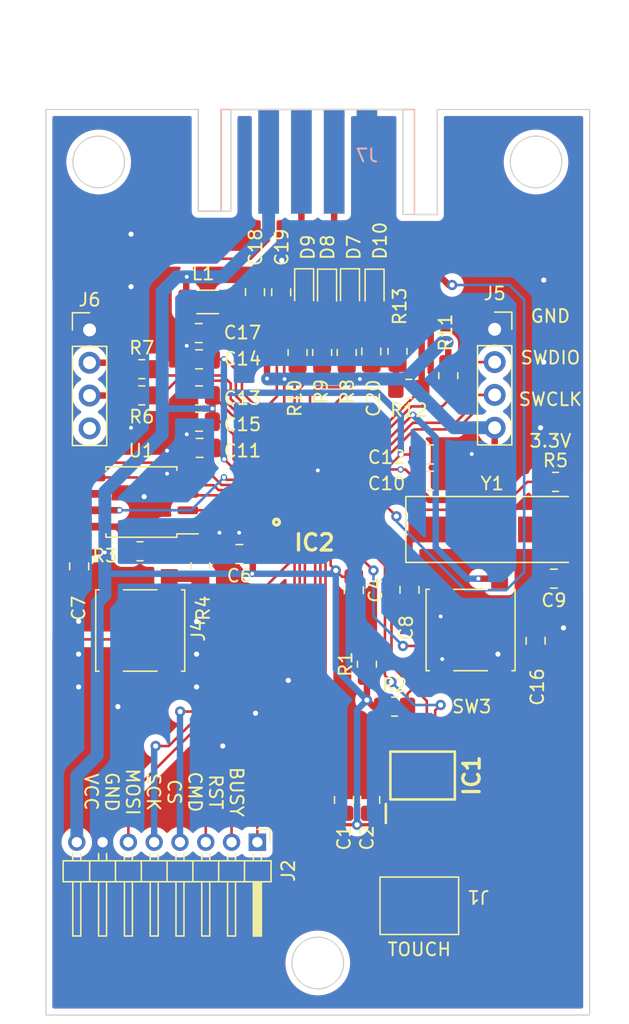
<source format=kicad_pcb>
(kicad_pcb (version 20211014) (generator pcbnew)
  (layers (0 "F.Cu" signal) (31 "B.Cu" signal) (34 "B.Paste" user) (35 "F.Paste" user) (36 "B.SilkS" user "B.Silkscreen") (37 "F.SilkS" user "F.Silkscreen") (38 "B.Mask" user) (39 "F.Mask" user) (44 "Edge.Cuts" user))
  (net 0 "")
  (net 2 "GND")
  (net 4 "Net-(IC2-Pad14)")
  (net 5 "+3V3")
  (net 6 "Net-(IC2-Pad12)")
  (net 7 "Net-(C8-Pad1)")
  (net 8 "Net-(C9-Pad1)")
  (net 9 "/1.1V")
  (net 10 "Net-(C16-Pad1)")
  (net 11 "Net-(C18-Pad1)")
  (net 12 "Net-(D7-Pad2)")
  (net 13 "Net-(D8-Pad2)")
  (net 14 "Net-(D9-Pad2)")
  (net 15 "Net-(D10-Pad2)")
  (net 16 "Net-(IC2-Pad56)")
  (net 17 "Net-(IC2-Pad55)")
  (net 18 "Net-(IC2-Pad54)")
  (net 19 "Net-(IC2-Pad53)")
  (net 20 "Net-(IC2-Pad52)")
  (net 21 "Net-(IC2-Pad51)")
  (net 22 "Net-(IC2-Pad47)")
  (net 23 "Net-(IC2-Pad46)")
  (net 25 "Net-(IC2-Pad40)")
  (net 26 "Net-(IC2-Pad39)")
  (net 28 "Net-(IC2-Pad37)")
  (net 36 "Net-(IC2-Pad28)")
  (net 37 "Net-(IC2-Pad27)")
  (net 38 "Net-(IC2-Pad25)")
  (net 39 "Net-(IC2-Pad24)")
  (net 40 "Net-(IC2-Pad21)")
  (net 45 "Net-(IC2-Pad13)")
  (net 49 "Net-(IC1-Pad5)")
  (net 50 "Net-(IC1-Pad4)")
  (net 52 "Net-(IC1-Pad3)")
  (net 53 "+5V")
  (net 54 "Net-(J4-Pad1)")
  (net 55 "Net-(J6-Pad2)")
  (net 56 "Net-(J6-Pad3)")
  (net 59 "Net-(IC1-Pad2)")
  (net 60 "Net-(IC2-Pad3)")
  (net 61 "Net-(IC2-Pad4)")
  (net 62 "Net-(IC2-Pad5)")
  (net 63 "Net-(IC2-Pad7)")
  (net 64 "Net-(IC2-Pad8)")
  (net 65 "Net-(IC2-Pad9)")
  (net 67 "Net-(IC2-Pad2)")
  (net 68 "Net-(IC2-Pad15)")
  (footprint "Capacitor_SMD:C_0805_2012Metric_Pad1.18x1.45mm_HandSolder" (layer "F.Cu") (at 15.9165 17.31 180)
    (fp_text reference "C17")
    (fp_text value "1u")
  )
  (footprint "Capacitor_SMD:C_0805_2012Metric_Pad1.18x1.45mm_HandSolder" (layer "F.Cu") (at 15.9395 24.168 180)
    (fp_text reference "C15")
    (fp_text value "0.1u")
  )
  (footprint "Package_SO:SOP-8_5.28x5.23mm_P1.27mm" (layer "F.Cu") (at 11.472 30.391 180)
    (fp_text reference "U1")
    (fp_text value "W25Q128JVSIQ")
  )
  (footprint "Crystal:Crystal_SMD_HC49-SD" (layer "F.Cu") (at 38.676 32.512)
    (fp_text reference "Y1")
    (fp_text value "12MHz")
  )
  (footprint "Resistor_SMD:R_0805_2012Metric_Pad1.20x1.40mm_HandSolder" (layer "F.Cu") (at 11.361 34.201 180)
    (fp_text reference "R3")
    (fp_text value "10k")
  )
  (footprint "Capacitor_SMD:C_0805_2012Metric_Pad1.18x1.45mm_HandSolder" (layer "F.Cu") (at 33.8465 28.74)
    (fp_text reference "C10")
    (fp_text value "0.1u")
  )
  (footprint "Resistor_SMD:R_0805_2012Metric_Pad1.20x1.40mm_HandSolder" (layer "F.Cu") (at 43.577 28.829)
    (fp_text reference "R5")
    (fp_text value "1k")
  )
  (footprint "Connector_PinHeader_2.00mm:PinHeader_1x08_P2.00mm_Horizontal" (layer "F.Cu") (at 20.462 56.724 -90)
    (fp_text reference "J2")
    (fp_text value "Display")
  )
  (footprint "Button_Switch_SMD:SW_SPST_B3S-1000" (layer "F.Cu") (at 36.993 40.297 90)
    (fp_text reference "SW3")
    (fp_text value "RST")
  )
  (footprint "Capacitor_SMD:C_0805_2012Metric_Pad1.18x1.45mm_HandSolder" (layer "F.Cu") (at 42.037 41.1265 90)
    (fp_text reference "C16")
    (fp_text value "0.1u")
  )
  (footprint "Resistor_SMD:R_0805_2012Metric_Pad1.20x1.40mm_HandSolder" (layer "F.Cu") (at 11.5 22.136 180)
    (fp_text reference "R6")
    (fp_text value "27.4")
  )
  (footprint "Resistor_SMD:R_0805_2012Metric_Pad1.20x1.40mm_HandSolder" (layer "F.Cu") (at 32.201 21.628 180)
    (fp_text reference "R12")
    (fp_text value "2.2k")
  )
  (footprint "Capacitor_SMD:C_0805_2012Metric_Pad1.18x1.45mm_HandSolder" (layer "F.Cu") (at 15.9825 26.2 180)
    (fp_text reference "C11")
    (fp_text value "1u")
  )
  (footprint "Resistor_SMD:R_0805_2012Metric_Pad1.20x1.40mm_HandSolder" (layer "F.Cu") (at 11.5 20.104)
    (fp_text reference "R7")
    (fp_text value "27.4")
  )
  (footprint "Capacitor_SMD:C_0805_2012Metric_Pad1.18x1.45mm_HandSolder" (layer "F.Cu") (at 20.279 14.135 90)
    (fp_text reference "C18")
    (fp_text value "0.1u")
  )
  (footprint "Inductor_SMD:L_1206_3216Metric_Pad1.22x1.90mm_HandSolder" (layer "F.Cu") (at 16.6075 14.897 180)
    (fp_text reference "L1")
    (fp_text value "600")
  )
  (footprint "Resistor_SMD:R_0805_2012Metric_Pad1.20x1.40mm_HandSolder" (layer "F.Cu") (at 31.328 18.723 90)
    (fp_text reference "R13")
    (fp_text value "2.2k")
  )
  (footprint "Resistor_SMD:R_0805_2012Metric_Pad1.20x1.40mm_HandSolder" (layer "F.Cu") (at 23.581 18.818 90)
    (fp_text reference "R10")
    (fp_text value "2.2k")
  )
  (footprint "Capacitor_SMD:C_0805_2012Metric_Pad1.18x1.45mm_HandSolder" (layer "F.Cu") (at 19.0715 34.417 180)
    (fp_text reference "C6")
    (fp_text value "0.1u")
  )
  (footprint "LED_SMD:LED_0603_1608Metric_Pad1.05x0.95mm_HandSolder" (layer "F.Cu") (at 29.55 14.022 -90)
    (fp_text reference "D10")
    (fp_text value "LED_Small")
  )
  (footprint "Connector_PinSocket_2.54mm:PinSocket_1x04_P2.54mm_Vertical" (layer "F.Cu") (at 38.862 17.018)
    (fp_text reference "J5")
    (fp_text value "Debug")
  )
  (footprint "Resistor_SMD:R_0805_2012Metric_Pad1.20x1.40mm_HandSolder" (layer "F.Cu") (at 25.486 18.818 90)
    (fp_text reference "R9")
    (fp_text value "2.2k")
  )
  (footprint "Capacitor_SMD:C_0805_2012Metric_Pad1.18x1.45mm_HandSolder" (layer "F.Cu") (at 27.94 37.211 -90)
    (fp_text reference "C4")
    (fp_text value "0.1u")
  )
  (footprint "Connector_PinHeader_2.54mm:PinHeader_1x04_P2.54mm_Vertical" (layer "F.Cu") (at 7.452 17.066)
    (fp_text reference "J6")
    (fp_text value "USB")
  )
  (footprint "Capacitor_SMD:C_0805_2012Metric_Pad1.18x1.45mm_HandSolder" (layer "F.Cu") (at 15.9395 22.136 180)
    (fp_text reference "C13")
    (fp_text value "0.1u")
  )
  (footprint "Capacitor_SMD:C_0805_2012Metric_Pad1.18x1.45mm_HandSolder" (layer "F.Cu") (at 15.9395 19.342 180)
    (fp_text reference "C14")
    (fp_text value "1u")
  )
  (footprint "LED_SMD:LED_0603_1608Metric_Pad1.05x0.95mm_HandSolder" (layer "F.Cu") (at 24.089 13.994 -90)
    (fp_text reference "D9")
    (fp_text value "LED_Small")
  )
  (footprint "Capacitor_SMD:C_0805_2012Metric_Pad1.18x1.45mm_HandSolder" (layer "F.Cu") (at 29.21 53.4455 -90)
    (fp_text reference "C2")
    (fp_text value "10u")
  )
  (footprint "Capacitor_SMD:C_0805_2012Metric_Pad1.18x1.45mm_HandSolder" (layer "F.Cu") (at 22.311 14.1565 90)
    (fp_text reference "C19")
    (fp_text value "0.1u")
  )
  (footprint "RP2040:QFN40P700X700X90-57N-D" (layer "F.Cu") (at 25.146 28.067 90)
    (fp_text reference "IC2")
    (fp_text value "RP2040" hide)
  )
  (footprint "Capacitor_SMD:C_0805_2012Metric_Pad1.18x1.45mm_HandSolder" (layer "F.Cu") (at 6.646 35.3655 -90)
    (fp_text reference "C7")
    (fp_text value "0.1u")
  )
  (footprint "Resistor_SMD:R_0805_2012Metric_Pad1.20x1.40mm_HandSolder" (layer "F.Cu") (at 35.265 20.612 -90)
    (fp_text reference "R11")
    (fp_text value "2.2k")
  )
  (footprint "Resistor_SMD:R_0805_2012Metric_Pad1.20x1.40mm_HandSolder" (layer "F.Cu") (at 27.391 18.818 90)
    (fp_text reference "R8")
    (fp_text value "2.2k")
  )
  (footprint "Capacitor_SMD:C_0805_2012Metric_Pad1.18x1.45mm_HandSolder" (layer "F.Cu") (at 27.178 53.4455 -90)
    (fp_text reference "C1")
    (fp_text value "0.1u")
  )
  (footprint "Capacitor_SMD:C_0805_2012Metric_Pad1.18x1.45mm_HandSolder" (layer "F.Cu") (at 29.296 18.7285 90)
    (fp_text reference "C20")
    (fp_text value "0.1u")
  )
  (footprint "Resistor_SMD:R_0805_2012Metric_Pad1.20x1.40mm_HandSolder" (layer "F.Cu") (at 31.099 46.228)
    (fp_text reference "R2")
    (fp_text value "1.2k")
  )
  (footprint "LED_SMD:LED_0603_1608Metric_Pad1.05x0.95mm_HandSolder" (layer "F.Cu") (at 27.645 13.994 -90)
    (fp_text reference "D7")
    (fp_text value "LED_Small")
  )
  (footprint "LED_SMD:LED_0603_1608Metric_Pad1.05x0.95mm_HandSolder" (layer "F.Cu") (at 25.867 14.022 -90)
    (fp_text reference "D8")
    (fp_text value "LED_Small")
  )
  (footprint "TSC2007IPWR:SOP65P640X120-16N" (layer "F.Cu") (at 33.274 51.562 90)
    (fp_text reference "IC1")
    (fp_text value "TSC2007IPWR" hide)
  )
  (footprint "my_modules:touch" (layer "F.Cu") (at 34.417 58.024 180)
    (fp_text reference "J1")
    (fp_text value "Touch")
  )
  (footprint "Capacitor_SMD:C_0805_2012Metric_Pad1.18x1.45mm_HandSolder" (layer "F.Cu") (at 32.258 37.1895 -90)
    (fp_text reference "C8")
    (fp_text value "27p")
  )
  (footprint "Resistor_SMD:R_0805_2012Metric_Pad1.20x1.40mm_HandSolder" (layer "F.Cu") (at 28.956 42.942 90)
    (fp_text reference "R1")
    (fp_text value "1.2k")
  )
  (footprint "Button_Switch_SMD:SW_SPST_B3S-1000" (layer "F.Cu") (at 11.381 40.335 -90)
    (fp_text reference "J4")
    (fp_text value "Conn_01x02")
  )
  (footprint "Resistor_SMD:R_0805_2012Metric_Pad1.20x1.40mm_HandSolder" (layer "F.Cu") (at 16.044 35.328 90)
    (fp_text reference "R4")
    (fp_text value "10k")
  )
  (footprint "Capacitor_SMD:C_0805_2012Metric_Pad1.18x1.45mm_HandSolder" (layer "F.Cu") (at 33.8465 26.708)
    (fp_text reference "C12")
    (fp_text value "1u")
  )
  (footprint "Capacitor_SMD:C_0805_2012Metric_Pad1.18x1.45mm_HandSolder" (layer "F.Cu") (at 43.4555 36.322 180)
    (fp_text reference "C9")
    (fp_text value "27p")
  )
  (footprint "my_modules:connector_pcb" (layer "B.Cu") (at 25.146 4.064 180)
    (fp_text reference "J7")
    (fp_text value "I2C_interface")
  )
  (gr_circle (center 42.069 4.064) (end 44.069 4.064) (layer "Edge.Cuts") (width 0.1) (fill none))
  (gr_circle (center 25.146 66.072) (end 27.146 66.072) (layer "Edge.Cuts") (width 0.1) (fill none))
  (gr_line (start 4.064 70.104) (end 4.064 0) (layer "Edge.Cuts") (width 0.1))
  (gr_line (start 46.228 70.104) (end 4.064 70.104) (layer "Edge.Cuts") (width 0.1))
  (gr_line (start 18.415 7.874) (end 15.875 7.874) (layer "Edge.Cuts") (width 0.1))
  (gr_line (start 15.875 0) (end 4.064 0) (layer "Edge.Cuts") (width 0.1))
  (gr_line (start 15.875 7.874) (end 15.875 0) (layer "Edge.Cuts") (width 0.1))
  (gr_line (start 18.415 0) (end 18.415 7.874) (layer "Edge.Cuts") (width 0.1))
  (gr_line (start 34.417 8.128) (end 31.75 8.128) (layer "Edge.Cuts") (width 0.1))
  (gr_line (start 34.417 0) (end 34.417 8.128) (layer "Edge.Cuts") (width 0.1))
  (gr_circle (center 8.16 4.064) (end 10.16 4.064) (layer "Edge.Cuts") (width 0.1) (fill none))
  (gr_line (start 46.228 0) (end 46.228 70.104) (layer "Edge.Cuts") (width 0.1))
  (gr_line (start 46.228 0) (end 34.417 0) (layer "Edge.Cuts") (width 0.1))
  (gr_line (start 31.75 8.128) (end 31.75 0) (layer "Edge.Cuts") (width 0.1))
  (gr_line (start 31.75 0) (end 18.415 0) (layer "Edge.Cuts") (width 0.1))
  (gr_text "BUSY\nRST\nCMD\nCS\nSCK\nMOSI\nGND\nVCC" (at 13.208 52.832 270) (layer "F.SilkS") (effects (font (size 1 1))))
  (gr_text "GND\n\nSWDIO\n\nSWCLK\n\n3.3V" (at 43.18 20.828) (layer "F.SilkS") (effects (font (size 1 1))))
  (gr_text "TOUCH" (at 33.02 65.024) (layer "F.SilkS") (effects (font (size 1 1))))
  (segment (start 42.418 37.846) (end 42.037 38.227) (width 0.5) (layer "F.Cu") (net 2))
  (segment (start 30.777 52.408) (end 29.21 52.408) (width 0.25) (layer "F.Cu") (net 2))
  (segment (start 34.743 38.028) (end 34.743 36.322) (width 0.5) (layer "F.Cu") (net 2))
  (segment (start 32.299 48.624) (end 32.299 50.886) (width 0.25) (layer "F.Cu") (net 2))
  (segment (start 42.418 36.322) (end 42.418 37.846) (width 0.5) (layer "F.Cu") (net 2))
  (segment (start 20.3365 13.155) (end 20.279 13.0975) (width 0.5) (layer "F.Cu") (net 2))
  (segment (start 28.57 13.155) (end 28.578 13.147) (width 0.5) (layer "F.Cu") (net 2))
  (segment (start 29.296 17.691) (end 28.57 16.965) (width 0.5) (layer "F.Cu") (net 2))
  (segment (start 28.578 13.147) (end 29.55 13.147) (width 0.5) (layer "F.Cu") (net 2))
  (segment (start 28.57 16.965) (end 28.57 13.155) (width 0.5) (layer "F.Cu") (net 2))
  (segment (start 32.299 50.886) (end 30.777 52.408) (width 0.25) (layer "F.Cu") (net 2))
  (segment (start 6.689 36.36) (end 6.646 36.403) (width 0.5) (layer "F.Cu") (net 2))
  (segment (start 14.635 17.066) (end 7.452 17.066) (width 0.5) (layer "F.Cu") (net 2))
  (segment (start 28.57 13.155) (end 20.3365 13.155) (width 0.5) (layer "F.Cu") (net 2))
  (segment (start 32.949 50.729) (end 32.949 48.624) (width 0.25) (layer "F.Cu") (net 2))
  (segment (start 42.037 38.227) (end 34.544 38.227) (width 0.5) (layer "F.Cu") (net 2))
  (segment (start 42.037 40.089) (end 42.037 38.227) (width 0.5) (layer "F.Cu") (net 2))
  (segment (start 34.544 38.227) (end 34.743 38.028) (width 0.5) (layer "F.Cu") (net 2))
  (segment (start 34.249 52.029) (end 32.949 50.729) (width 0.25) (layer "F.Cu") (net 2))
  (segment (start 9.131 36.36) (end 6.689 36.36) (width 0.5) (layer "F.Cu") (net 2))
  (segment (start 14.879 17.31) (end 14.635 17.066) (width 0.5) (layer "F.Cu") (net 2))
  (segment (start 34.249 54.5) (end 34.249 52.029) (width 0.25) (layer "F.Cu") (net 2))
  (segment (start 32.258 38.227) (end 34.544 38.227) (width 0.5) (layer "F.Cu") (net 2))
  (via (at 6.604 44.704) (size 0.8) (drill 0.4) (layers "F.Cu" "B.Cu") (net 2))
  (via (at 39.116 42.164) (size 0.8) (drill 0.4) (layers "F.Cu" "B.Cu") (net 2))
  (via (at 14.986 18.288) (size 0.5) (drill 0.3) (layers "F.Cu" "B.Cu") (net 2))
  (via (at 42.672 13.208) (size 0.8) (drill 0.4) (layers "F.Cu" "B.Cu") (net 2))
  (via (at 19.05 32.766) (size 0.5) (drill 0.3) (layers "F.Cu" "B.Cu") (net 2))
  (via (at 44.196 40.132) (size 0.8) (drill 0.4) (layers "F.Cu" "B.Cu") (net 2))
  (via (at 11.684 29.972) (size 0.8) (drill 0.4) (layers "F.Cu" "B.Cu") (net 2))
  (via (at 25.146 27.94) (size 0.5) (drill 0.3) (layers "F.Cu" "B.Cu") (net 2))
  (via (at 42.672 19.558) (size 0.8) (drill 0.4) (layers "F.Cu" "B.Cu") (net 2))
  (via (at 10.668 13.716) (size 0.8) (drill 0.4) (layers "F.Cu" "B.Cu") (net 2))
  (via (at 6.604 42.164) (size 0.8) (drill 0.4) (layers "F.Cu" "B.Cu") (net 2))
  (via (at 10.668 9.652) (size 0.8) (drill 0.4) (layers "F.Cu" "B.Cu") (net 2))
  (via (at 15.748 39.624) (size 0.8) (drill 0.4) (layers "F.Cu" "B.Cu") (net 2))
  (via (at 9.652 46.228) (size 0.8) (drill 0.4) (layers "F.Cu" "B.Cu") (net 2))
  (via (at 20.32 46.736) (size 0.8) (drill 0.4) (layers "F.Cu" "B.Cu") (net 2))
  (via (at 17.78 49.276) (size 0.8) (drill 0.4) (layers "F.Cu" "B.Cu") (net 2))
  (via (at 15.748 42.164) (size 0.8) (drill 0.4) (layers "F.Cu" "B.Cu") (net 2))
  (via (at 22.86 44.196) (size 0.8) (drill 0.4) (layers "F.Cu" "B.Cu") (net 2))
  (via (at 15.748 44.704) (size 0.8) (drill 0.4) (layers "F.Cu" "B.Cu") (net 2))
  (via (at 13.462 28.194) (size 0.5) (drill 0.3) (layers "F.Cu" "B.Cu") (net 2))
  (via (at 14.986 25.146) (size 0.5) (drill 0.3) (layers "F.Cu" "B.Cu") (net 2))
  (via (at 22.352 11.684) (size 0.8) (drill 0.4) (layers "F.Cu" "B.Cu") (net 2))
  (via (at 10.668 24.638) (size 0.5) (drill 0.3) (layers "F.Cu" "B.Cu") (net 2))
  (via (at 13.462 26.416) (size 0.5) (drill 0.3) (layers "F.Cu" "B.Cu") (net 2))
  (via (at 6.604 39.624) (size 0.8) (drill 0.4) (layers "F.Cu" "B.Cu") (net 2))
  (via (at 37.084 26.67) (size 0.5) (drill 0.3) (layers "F.Cu" "B.Cu") (net 2))
  (via (at 17.526 32.766) (size 0.5) (drill 0.3) (layers "F.Cu" "B.Cu") (net 2))
  (via (at 34.798 42.545) (size 0.5) (drill 0.3) (layers "F.Cu" "B.Cu") (net 2))
  (via (at 42.418 24.638) (size 0.8) (drill 0.4) (layers "F.Cu" "B.Cu") (net 2))
  (via (at 34.671 39.243) (size 0.5) (drill 0.3) (layers "F.Cu" "B.Cu") (net 2))
  (segment (start 33.599 45.791) (end 33.599 48.624) (width 0.2) (layer "F.Cu") (net 4))
  (segment (start 32.099 45.244) (end 32.5755 44.7675) (width 0.2) (layer "F.Cu") (net 4))
  (segment (start 27.746 31.517) (end 27.746 31.937) (width 0.2) (layer "F.Cu") (net 4))
  (segment (start 30.861 43.053) (end 32.5755 44.7675) (width 0.2) (layer "F.Cu") (net 4))
  (segment (start 32.5755 44.7675) (end 33.599 45.791) (width 0.2) (layer "F.Cu") (net 4))
  (segment (start 27.746 31.937) (end 30.861 35.052) (width 0.2) (layer "F.Cu") (net 4))
  (segment (start 30.861 35.052) (end 30.861 43.053) (width 0.2) (layer "F.Cu") (net 4))
  (segment (start 32.099 46.228) (end 32.099 45.244) (width 0.2) (layer "F.Cu") (net 4))
  (segment (start 30.999 55.107) (end 30.734 55.372) (width 0.25) (layer "F.Cu") (net 5))
  (segment (start 28.956 45.72) (end 28.956 43.942) (width 0.5) (layer "F.Cu") (net 5))
  (segment (start 21.971 32.766) (end 20.447 32.766) (width 0.2) (layer "F.Cu") (net 5))
  (segment (start 27.178 55.245) (end 27.178 54.483) (width 0.25) (layer "F.Cu") (net 5))
  (segment (start 6.646 32.851) (end 6.646 34.328) (width 0.5) (layer "F.Cu") (net 5))
  (segment (start 6.684 34.29) (end 6.646 34.328) (width 0.5) (layer "F.Cu") (net 5))
  (segment (start 31.328 19.723) (end 29.339 19.723) (width 0.5) (layer "F.Cu") (net 5))
  (segment (start 38.862 29.464) (end 38.862 24.638) (width 0.5) (layer "F.Cu") (net 5))
  (segment (start 16.977 22.136) (end 16.977 23.155) (width 0.5) (layer "F.Cu") (net 5))
  (segment (start 30.999 54.5) (end 30.999 55.107) (width 0.25) (layer "F.Cu") (net 5))
  (segment (start 33.782 30.226) (end 38.1 30.226) (width 0.5) (layer "F.Cu") (net 5))
  (segment (start 22.546 32.191) (end 21.971 32.766) (width 0.2) (layer "F.Cu") (net 5))
  (segment (start 9.563 32.296) (end 7.872 32.296) (width 0.5) (layer "F.Cu") (net 5))
  (segment (start 29.296 20.612) (end 29.296 19.766) (width 0.2) (layer "F.Cu") (net 5))
  (segment (start 29.21 55.245) (end 29.083 55.372) (width 0.25) (layer "F.Cu") (net 5))
  (segment (start 38.1 30.226) (end 38.862 29.464) (width 0.5) (layer "F.Cu") (net 5))
  (segment (start 20.109 34.417) (end 20.109 35.898) (width 0.5) (layer "F.Cu") (net 5))
  (segment (start 21.696 25.867) (end 20.657 25.867) (width 0.2) (layer "F.Cu") (net 5))
  (segment (start 28.407 20.866) (end 28.41 20.866) (width 0.2) (layer "F.Cu") (net 5))
  (segment (start 14.945 12.995) (end 14.986 12.954) (width 0.5) (layer "F.Cu") (net 5))
  (segment (start 16.954 15.763) (end 16.088 14.897) (width 0.5) (layer "F.Cu") (net 5))
  (segment (start 30.734 55.372) (end 29.083 55.372) (width 0.25) (layer "F.Cu") (net 5))
  (segment (start 31.201 19.85) (end 31.328 19.723) (width 0.5) (layer "F.Cu") (net 5))
  (segment (start 19.514 27.467) (end 19.009 26.962) (width 0.2) (layer "F.Cu") (net 5))
  (segment (start 29.083 55.372) (end 28.194 55.372) (width 0.25) (layer "F.Cu") (net 5))
  (segment (start 27.305 55.372) (end 27.178 55.245) (width 0.25) (layer "F.Cu") (net 5))
  (segment (start 8.636 34.29) (end 6.684 34.29) (width 0.5) (layer "F.Cu") (net 5))
  (segment (start 26.146 23.127) (end 28.407 20.866) (width 0.2) (layer "F.Cu") (net 5))
  (segment (start 35.265 19.612) (end 35.265 18.12) (width 0.5) (layer "F.Cu") (net 5))
  (segment (start 17.612 24.168) (end 16.977 24.168) (width 0.2) (layer "F.Cu") (net 5))
  (segment (start 19.406 27.867) (end 18.628 27.089) (width 0.2) (layer "F.Cu") (net 5))
  (segment (start 22.546 15.429) (end 22.311 15.194) (width 0.2) (layer "F.Cu") (net 5))
  (segment (start 28.41 20.866) (end 29.042 20.866) (width 0.2) (layer "F.Cu") (net 5))
  (segment (start 26.146 35.29) (end 26.543 35.687) (width 0.2) (layer "F.Cu") (net 5))
  (segment (start 18.628 27.089) (end 18.628 25.184) (width 0.2) (layer "F.Cu") (net 5))
  (segment (start 29.042 20.866) (end 29.296 20.612) (width 0.2) (layer "F.Cu") (net 5))
  (segment (start 21.238 27.467) (end 19.514 27.467) (width 0.2) (layer "F.Cu") (net 5))
  (segment (start 18.628 25.184) (end 17.612 24.168) (width 0.2) (layer "F.Cu") (net 5))
  (segment (start 21.238 27.867) (end 19.406 27.867) (width 0.2) (layer "F.Cu") (net 5))
  (segment (start 31.569 27.867) (end 31.936 27.867) (width 0.2) (layer "F.Cu") (net 5))
  (segment (start 29.21 54.483) (end 29.21 55.245) (width 0.25) (layer "F.Cu") (net 5))
  (segment (start 16.088 14.897) (end 14.945 14.897) (width 0.5) (layer "F.Cu") (net 5))
  (segment (start 29.339 19.723) (end 29.296 19.766) (width 0.5) (layer "F.Cu") (net 5))
  (segment (start 7.872 32.296) (end 7.201 32.296) (width 0.5) (layer "F.Cu") (net 5))
  (segment (start 30.099 46.228) (end 29.464 46.228) (width 0.5) (layer "F.Cu") (net 5))
  (segment (start 20.609 23.228) (end 19.263 21.882) (width 0.2) (layer "F.Cu") (net 5))
  (segment (start 17.907 18.288) (end 16.954 17.335) (width 0.2) (layer "F.Cu") (net 5))
  (segment (start 31.201 21.628) (end 31.201 19.85) (width 0.5) (layer "F.Cu") (net 5))
  (segment (start 29.464 46.228) (end 28.956 45.72) (width 0.5) (layer "F.Cu") (net 5))
  (segment (start 26.543 35.687) (end 27.0295 36.1735) (width 0.2) (layer "F.Cu") (net 5))
  (segment (start 20.447 32.766) (end 20.109 33.104) (width 0.2) (layer "F.Cu") (net 5))
  (segment (start 28.194 55.372) (end 27.305 55.372) (width 0.25) (layer "F.Cu") (net 5))
  (segment (start 19.85 17.31) (end 16.954 17.31) (width 0.5) (layer "F.Cu") (net 5))
  (segment (start 19.263 21.882) (end 19.263 18.707) (width 0.2) (layer "F.Cu") (net 5))
  (segment (start 16.954 17.31) (end 16.954 15.763) (width 0.5) (layer "F.Cu") (net 5))
  (segment (start 28.596 27.867) (end 31.569 27.867) (width 0.2) (layer "F.Cu") (net 5))
  (segment (start 20.109 33.104) (end 20.109 34.417) (width 0.2) (layer "F.Cu") (net 5))
  (segment (start 32.809 28.74) (end 32.809 29.253) (width 0.5) (layer "F.Cu") (net 5))
  (segment (start 22.546 31.517) (end 22.546 32.191) (width 0.2) (layer "F.Cu") (net 5))
  (segment (start 22.546 24.617) (end 22.546 15.429) (width 0.2) (layer "F.Cu") (net 5))
  (segment (start 10.361 34.201) (end 10.361 33.094) (width 0.5) (layer "F.Cu") (net 5))
  (segment (start 10.361 33.094) (end 9.563 32.296) (width 0.5) (layer "F.Cu") (net 5))
  (segment (start 27.0295 36.1735) (end 27.94 36.1735) (width 0.2) (layer "F.Cu") (net 5))
  (segment (start 16.977 23.155) (end 16.977 24.168) (width 0.5) (layer "F.Cu") (net 5))
  (segment (start 31.936 27.867) (end 32.809 28.74) (width 0.2) (layer "F.Cu") (net 5))
  (segment (start 32.809 29.253) (end 33.782 30.226) (width 0.5) (layer "F.Cu") (net 5))
  (segment (start 20.657 25.867) (end 20.609 25.819) (width 0.2) (layer "F.Cu") (net 5))
  (segment (start 20.109 35.898) (end 20.066 35.941) (width 0.5) (layer "F.Cu") (net 5))
  (segment (start 19.009 26.962) (end 19.009 24.168) (width 0.2) (layer "F.Cu") (net 5))
  (segment (start 17.866 17.31) (end 16.954 17.31) (width 0.2) (layer "F.Cu") (net 5))
  (segment (start 21.209 18.669) (end 19.85 17.31) (width 0.5) (layer "F.Cu") (net 5))
  (segment (start 26.146 24.617) (end 26.146 23.127) (width 0.2) (layer "F.Cu") (net 5))
  (segment (start 21.209 20.828) (end 21.209 18.669) (width 0.5) (layer "F.Cu") (net 5))
  (segment (start 20.609 25.819) (end 20.609 23.228) (width 0.2) (layer "F.Cu") (net 5))
  (segment (start 19.009 24.168) (end 16.977 22.136) (width 0.2) (layer "F.Cu") (net 5))
  (segment (start 19.263 18.707) (end 18.844 18.288) (width 0.2) (layer "F.Cu") (net 5))
  (segment (start 7.201 32.296) (end 6.646 32.851) (width 0.5) (layer "F.Cu") (net 5))
  (segment (start 18.844 18.288) (end 17.907 18.288) (width 0.2) (layer "F.Cu") (net 5))
  (segment (start 35.265 18.12) (end 35.179 18.034) (width 0.5) (layer "F.Cu") (net 5))
  (segment (start 14.945 14.897) (end 14.945 12.995) (width 0.5) (layer "F.Cu") (net 5))
  (segment (start 16.954 17.335) (end 16.954 17.31) (width 0.2) (layer "F.Cu") (net 5))
  (segment (start 26.146 31.517) (end 26.146 35.29) (width 0.2) (layer "F.Cu") (net 5))
  (via (at 8.636 34.29) (size 0.5) (drill 0.3) (layers "F.Cu" "B.Cu") (net 5))
  (via (at 16.977 23.155) (size 0.5) (drill 0.3) (layers "F.Cu" "B.Cu") (net 5))
  (via (at 35.179 18.034) (size 0.5) (drill 0.3) (layers "F.Cu" "B.Cu") (net 5))
  (via (at 22.568 20.866) (size 0.5) (drill 0.3) (layers "F.Cu" "B.Cu") (net 5))
  (via (at 28.41 20.866) (size 0.5) (drill 0.3) (layers "F.Cu" "B.Cu") (net 5))
  (via (at 26.543 35.687) (size 0.8) (drill 0.4) (layers "F.Cu" "B.Cu") (net 5))
  (via (at 20.066 35.941) (size 0.5) (drill 0.3) (layers "F.Cu" "B.Cu") (net 5))
  (via (at 14.986 12.954) (size 0.5) (drill 0.3) (layers "F.Cu" "B.Cu") (net 5))
  (via (at 28.956 45.72) (size 0.8) (drill 0.4) (layers "F.Cu" "B.Cu") (net 5))
  (via (at 21.209 20.828) (size 0.5) (drill 0.3) (layers "F.Cu" "B.Cu") (net 5))
  (via (at 31.569 27.867) (size 0.5) (drill 0.3) (layers "F.Cu" "B.Cu") (net 5))
  (via (at 28.194 55.372) (size 0.8) (drill 0.4) (layers "F.Cu" "B.Cu") (net 5))
  (segment (start 8.89 35.941) (end 8.636 35.687) (width 0.5) (layer "B.Cu") (net 5))
  (segment (start 8.636 35.687) (end 8.636 34.29) (width 1) (layer "B.Cu") (net 5))
  (segment (start 8.044 49.995) (end 6.462 51.577) (width 1) (layer "B.Cu") (net 5))
  (segment (start 34.798 18.034) (end 35.179 18.034) (width 1) (layer "B.Cu") (net 5))
  (segment (start 8.636 35.687) (end 8.636 37.592) (width 1) (layer "B.Cu") (net 5))
  (segment (start 17.78 12.954) (end 14.986 12.954) (width 1) (layer "B.Cu") (net 5))
  (segment (start 28.194 46.482) (end 28.956 45.72) (width 0.5) (layer "B.Cu") (net 5))
  (segment (start 21.247 20.866) (end 21.209 20.828) (width 0.5) (layer "B.Cu") (net 5))
  (segment (start 13.081 22.987) (end 13.081 25.146) (width 1) (layer "B.Cu") (net 5))
  (segment (start 31.966 20.866) (end 34.036 18.796) (width 1) (layer "B.Cu") (net 5))
  (segment (start 20.066 35.941) (end 8.89 35.941) (width 0.5) (layer "B.Cu") (net 5))
  (segment (start 26.543 43.307) (end 26.543 35.687) (width 0.5) (layer "B.Cu") (net 5))
  (segment (start 13.081 25.146) (end 8.636 29.591) (width 1) (layer "B.Cu") (net 5))
  (segment (start 13.249 23.155) (end 13.081 22.987) (width 0.5) (layer "B.Cu") (net 5))
  (segment (start 16.977 23.155) (end 13.249 23.155) (width 0.5) (layer "B.Cu") (net 5))
  (segment (start 28.194 55.372) (end 28.194 46.482) (width 0.5) (layer "B.Cu") (net 5))
  (segment (start 31.915 20.866) (end 31.966 20.866) (width 1) (layer "B.Cu") (net 5))
  (segment (start 8.636 37.592) (end 8.044 38.184) (width 1) (layer "B.Cu") (net 5))
  (segment (start 28.41 20.866) (end 22.568 20.866) (width 1) (layer "B.Cu") (net 5))
  (segment (start 35.687 24.638) (end 38.862 24.638) (width 1) (layer "B.Cu") (net 5))
  (segment (start 8.044 38.184) (end 8.044 49.995) (width 1) (layer "B.Cu") (net 5))
  (segment (start 21.336 9.398) (end 17.78 12.954) (width 1) (layer "B.Cu") (net 5))
  (segment (start 20.066 35.941) (end 26.289 35.941) (width 0.5) (layer "B.Cu") (net 5))
  (segment (start 22.568 20.866) (end 21.247 20.866) (width 1) (layer "B.Cu") (net 5))
  (segment (start 28.41 20.866) (end 31.915 20.866) (width 1) (layer "B.Cu") (net 5))
  (segment (start 14.986 12.954) (end 14.224 12.954) (width 1) (layer "B.Cu") (net 5))
  (segment (start 31.915 20.866) (end 35.687 24.638) (width 1) (layer "B.Cu") (net 5))
  (segment (start 8.636 29.591) (end 8.636 34.29) (width 1) (layer "B.Cu") (net 5))
  (segment (start 14.224 12.954) (end 13.081 14.097) (width 1) (layer "B.Cu") (net 5))
  (segment (start 26.289 35.941) (end 26.543 35.687) (width 0.5) (layer "B.Cu") (net 5))
  (segment (start 21.336 4.064) (end 21.336 9.398) (width 1) (layer "B.Cu") (net 5))
  (segment (start 28.956 45.72) (end 26.543 43.307) (width 0.5) (layer "B.Cu") (net 5))
  (segment (start 13.081 14.097) (end 13.081 22.987) (width 1) (layer "B.Cu") (net 5))
  (segment (start 6.462 51.577) (end 6.462 56.724) (width 1) (layer "B.Cu") (net 5))
  (segment (start 8.636 35.179) (end 8.636 34.29) (width 0.5) (layer "B.Cu") (net 5))
  (segment (start 34.036 18.796) (end 34.798 18.034) (width 1) (layer "B.Cu") (net 5))
  (segment (start 34.899 47.397) (end 35.941 46.355) (width 0.2) (layer "F.Cu") (net 6))
  (segment (start 34.899 48.624) (end 34.899 47.397) (width 0.2) (layer "F.Cu") (net 6))
  (segment (start 36.195 46.101) (end 36.195 41.529) (width 0.2) (layer "F.Cu") (net 6))
  (segment (start 35.941 46.355) (end 36.195 46.101) (width 0.2) (layer "F.Cu") (net 6))
  (segment (start 29.464 35.687) (end 26.946 33.169) (width 0.2) (layer "F.Cu") (net 6))
  (segment (start 36.195 41.529) (end 31.75 41.529) (width 0.2) (layer "F.Cu") (net 6))
  (segment (start 26.946 33.169) (end 26.946 31.517) (width 0.2) (layer "F.Cu") (net 6))
  (via (at 31.75 41.529) (size 0.8) (drill 0.4) (layers "F.Cu" "B.Cu") (net 6))
  (via (at 29.464 35.687) (size 0.8) (drill 0.4) (layers "F.Cu" "B.Cu") (net 6))
  (segment (start 29.464 39.243) (end 29.464 35.687) (width 0.2) (layer "B.Cu") (net 6))
  (segment (start 31.75 41.529) (end 29.464 39.243) (width 0.2) (layer "B.Cu") (net 6))
  (segment (start 32.258 33.147) (end 32.258 36.152) (width 0.5) (layer "F.Cu") (net 7))
  (segment (start 32.258 30.988) (end 32.258 31.369) (width 0.2) (layer "F.Cu") (net 7))
  (segment (start 34.426 32.512) (end 32.893 32.512) (width 0.5) (layer "F.Cu") (net 7))
  (segment (start 28.596 28.667) (end 29.937 28.667) (width 0.2) (layer "F.Cu") (net 7))
  (segment (start 32.893 32.512) (end 32.258 33.147) (width 0.5) (layer "F.Cu") (net 7))
  (segment (start 32.258 31.369) (end 33.401 32.512) (width 0.2) (layer "F.Cu") (net 7))
  (segment (start 29.937 28.667) (end 32.258 30.988) (width 0.2) (layer "F.Cu") (net 7))
  (segment (start 33.401 32.512) (end 34.426 32.512) (width 0.2) (layer "F.Cu") (net 7))
  (segment (start 44.196 32.512) (end 44.704 33.02) (width 0.5) (layer "F.Cu") (net 8))
  (segment (start 44.323 32.512) (end 44.831 32.004) (width 0.5) (layer "F.Cu") (net 8))
  (segment (start 44.831 32.004) (end 44.831 29.083) (width 0.5) (layer "F.Cu") (net 8))
  (segment (start 44.831 29.083) (end 44.577 28.829) (width 0.5) (layer "F.Cu") (net 8))
  (segment (start 44.704 36.111) (end 44.493 36.322) (width 0.5) (layer "F.Cu") (net 8))
  (segment (start 44.704 33.02) (end 44.704 36.111) (width 0.5) (layer "F.Cu") (net 8))
  (segment (start 42.926 32.512) (end 44.196 32.512) (width 0.5) (layer "F.Cu") (net 8))
  (segment (start 42.926 32.512) (end 44.323 32.512) (width 0.5) (layer "F.Cu") (net 8))
  (segment (start 18.793 22.174) (end 18.793 20.142) (width 0.2) (layer "F.Cu") (net 9))
  (segment (start 31.585 26.708) (end 32.809 26.708) (width 0.2) (layer "F.Cu") (net 9))
  (segment (start 17.993 19.342) (end 17.866 19.342) (width 0.2) (layer "F.Cu") (net 9))
  (segment (start 18.793 20.142) (end 17.993 19.342) (width 0.2) (layer "F.Cu") (net 9))
  (segment (start 28.596 27.467) (end 30.826 27.467) (width 0.2) (layer "F.Cu") (net 9))
  (segment (start 30.826 27.467) (end 31.585 26.708) (width 0.2) (layer "F.Cu") (net 9))
  (segment (start 21.238 28.267) (end 19.087 28.267) (width 0.2) (layer "F.Cu") (net 9))
  (segment (start 20.209 26.143) (end 20.209 23.59) (width 0.2) (layer "F.Cu") (net 9))
  (segment (start 20.333 26.267) (end 20.209 26.143) (width 0.2) (layer "F.Cu") (net 9))
  (segment (start 17.866 19.342) (end 16.977 19.342) (width 0.2) (layer "F.Cu") (net 9))
  (segment (start 21.696 26.267) (end 20.333 26.267) (width 0.2) (layer "F.Cu") (net 9))
  (segment (start 19.087 28.267) (end 17.8875 27.0675) (width 0.2) (layer "F.Cu") (net 9))
  (segment (start 20.209 23.59) (end 18.793 22.174) (width 0.2) (layer "F.Cu") (net 9))
  (segment (start 17.8875 27.0675) (end 17.02 26.2) (width 0.2) (layer "F.Cu") (net 9))
  (via (at 17.866 19.342) (size 0.5) (drill 0.3) (layers "F.Cu" "B.Cu") (net 9))
  (via (at 17.8875 27.0675) (size 0.5) (drill 0.3) (layers "F.Cu" "B.Cu") (net 9))
  (via (at 31.585 26.708) (size 0.5) (drill 0.3) (layers "F.Cu" "B.Cu") (net 9))
  (segment (start 29.804 21.93) (end 17.866 21.93) (width 0.5) (layer "B.Cu") (net 9))
  (segment (start 17.866 19.342) (end 17.866 21.93) (width 0.5) (layer "B.Cu") (net 9))
  (segment (start 17.866 27.046) (end 17.8875 27.0675) (width 0.5) (layer "B.Cu") (net 9))
  (segment (start 17.866 21.93) (end 17.866 27.046) (width 0.5) (layer "B.Cu") (net 9))
  (segment (start 31.585 23.711) (end 29.804 21.93) (width 0.5) (layer "B.Cu") (net 9))
  (segment (start 31.585 26.708) (end 31.585 23.711) (width 0.5) (layer "B.Cu") (net 9))
  (segment (start 29.867 26.267) (end 32.493101 23.640899) (width 0.2) (layer "F.Cu") (net 10))
  (segment (start 42.037 43.815) (end 41.58 44.272) (width 0.5) (layer "F.Cu") (net 10))
  (segment (start 39.243 36.322) (end 37.592 36.322) (width 0.5) (layer "F.Cu") (net 10))
  (segment (start 41.58 44.272) (end 39.243 44.272) (width 0.5) (layer "F.Cu") (net 10))
  (segment (start 42.037 42.164) (end 42.037 43.815) (width 0.5) (layer "F.Cu") (net 10))
  (segment (start 32.493101 23.640899) (end 32.530899 23.640899) (width 0.2) (layer "F.Cu") (net 10))
  (segment (start 28.596 26.267) (end 29.867 26.267) (width 0.2) (layer "F.Cu") (net 10))
  (via (at 37.592 36.322) (size 0.5) (drill 0.3) (layers "F.Cu" "B.Cu") (net 10))
  (via (at 32.530899 23.640899) (size 0.5) (drill 0.3) (layers "F.Cu" "B.Cu") (net 10))
  (segment (start 34.29 33.909) (end 34.29 25.4) (width 0.5) (layer "B.Cu") (net 10))
  (segment (start 34.29 25.4) (end 32.530899 23.640899) (width 0.5) (layer "B.Cu") (net 10))
  (segment (start 37.592 36.322) (end 36.703 36.322) (width 0.5) (layer "B.Cu") (net 10))
  (segment (start 36.703 36.322) (end 34.29 33.909) (width 0.5) (layer "B.Cu") (net 10))
  (segment (start 20.279 16.469) (end 20.279 15.1725) (width 0.2) (layer "F.Cu") (net 11))
  (segment (start 21.971 22.225) (end 21.971 18.161) (width 0.2) (layer "F.Cu") (net 11))
  (segment (start 20.0035 14.897) (end 20.279 15.1725) (width 0.5) (layer "F.Cu") (net 11))
  (segment (start 21.041 25.311) (end 21.041 23.155) (width 0.2) (layer "F.Cu") (net 11))
  (segment (start 21.696 25.467) (end 21.197 25.467) (width 0.2) (layer "F.Cu") (net 11))
  (segment (start 21.971 18.161) (end 20.279 16.469) (width 0.2) (layer "F.Cu") (net 11))
  (segment (start 21.197 25.467) (end 21.041 25.311) (width 0.2) (layer "F.Cu") (net 11))
  (segment (start 21.041 23.155) (end 21.971 22.225) (width 0.2) (layer "F.Cu") (net 11))
  (segment (start 18.27 14.897) (end 20.0035 14.897) (width 0.5) (layer "F.Cu") (net 11))
  (segment (start 27.645 17.564) (end 27.391 17.818) (width 0.5) (layer "F.Cu") (net 12))
  (segment (start 27.645 14.869) (end 27.645 17.564) (width 0.5) (layer "F.Cu") (net 12))
  (segment (start 25.867 17.437) (end 25.486 17.818) (width 0.5) (layer "F.Cu") (net 13))
  (segment (start 25.867 14.897) (end 25.867 17.437) (width 0.5) (layer "F.Cu") (net 13))
  (segment (start 24.089 14.869) (end 24.089 17.31) (width 0.5) (layer "F.Cu") (net 14))
  (segment (start 24.089 17.31) (end 23.581 17.818) (width 0.5) (layer "F.Cu") (net 14))
  (segment (start 31.328 15.659) (end 30.566 14.897) (width 0.5) (layer "F.Cu") (net 15))
  (segment (start 30.566 14.897) (end 29.55 14.897) (width 0.5) (layer "F.Cu") (net 15))
  (segment (start 31.328 17.691) (end 31.328 15.659) (width 0.5) (layer "F.Cu") (net 15))
  (segment (start 12.361 34.201) (end 12.361 33.105) (width 0.5) (layer "F.Cu") (net 16))
  (segment (start 13.17 32.296) (end 15.072 32.296) (width 0.5) (layer "F.Cu") (net 16))
  (segment (start 17.971 30.667) (end 16.342 32.296) (width 0.2) (layer "F.Cu") (net 16))
  (segment (start 16.044 34.328) (end 16.091 34.328) (width 0.5) (layer "F.Cu") (net 16))
  (segment (start 15.072 32.296) (end 16.218 32.296) (width 0.5) (layer "F.Cu") (net 16))
  (segment (start 21.238 30.667) (end 17.971 30.667) (width 0.2) (layer "F.Cu") (net 16))
  (segment (start 16.342 32.296) (end 16.218 32.296) (width 0.2) (layer "F.Cu") (net 16))
  (segment (start 16.091 34.328) (end 16.218 34.201) (width 0.5) (layer "F.Cu") (net 16))
  (segment (start 12.361 33.105) (end 13.17 32.296) (width 0.5) (layer "F.Cu") (net 16))
  (segment (start 16.218 34.201) (end 16.218 32.296) (width 0.5) (layer "F.Cu") (net 16))
  (segment (start 21.238 30.267) (end 17.355 30.267) (width 0.2) (layer "F.Cu") (net 17))
  (segment (start 16.596 31.026) (end 15.072 31.026) (width 0.2) (layer "F.Cu") (net 17))
  (segment (start 17.355 30.267) (end 16.596 31.026) (width 0.2) (layer "F.Cu") (net 17))
  (segment (start 21.238 29.867) (end 15.183 29.867) (width 0.2) (layer "F.Cu") (net 18))
  (segment (start 15.183 29.867) (end 15.072 29.756) (width 0.2) (layer "F.Cu") (net 18))
  (segment (start 17.069 29.086) (end 11.735 29.086) (width 0.2) (layer "F.Cu") (net 19))
  (segment (start 11.735 29.086) (end 11.135 28.486) (width 0.2) (layer "F.Cu") (net 19))
  (segment (start 11.135 28.486) (end 7.872 28.486) (width 0.2) (layer "F.Cu") (net 19))
  (segment (start 21.238 29.467) (end 17.45 29.467) (width 0.2) (layer "F.Cu") (net 19))
  (segment (start 17.45 29.467) (end 17.069 29.086) (width 0.2) (layer "F.Cu") (net 19))
  (segment (start 17.685 29.067) (end 15.961 27.343) (width 0.2) (layer "F.Cu") (net 20))
  (segment (start 6.182 29.375) (end 6.563 29.756) (width 0.2) (layer "F.Cu") (net 20))
  (segment (start 15.961 27.343) (end 6.69 27.343) (width 0.2) (layer "F.Cu") (net 20))
  (segment (start 21.238 29.067) (end 17.685 29.067) (width 0.2) (layer "F.Cu") (net 20))
  (segment (start 6.182 27.851) (end 6.182 29.375) (width 0.2) (layer "F.Cu") (net 20))
  (segment (start 6.69 27.343) (end 6.182 27.851) (width 0.2) (layer "F.Cu") (net 20))
  (segment (start 6.563 29.756) (end 7.872 29.756) (width 0.2) (layer "F.Cu") (net 20))
  (segment (start 7.872 31.026) (end 9.779 31.026) (width 0.5) (layer "F.Cu") (net 21))
  (segment (start 18.062112 28.667) (end 17.873556 28.478444) (width 0.2) (layer "F.Cu") (net 21))
  (segment (start 21.238 28.667) (end 18.062112 28.667) (width 0.2) (layer "F.Cu") (net 21))
  (via (at 9.779 31.026) (size 0.5) (drill 0.3) (layers "F.Cu" "B.Cu") (net 21))
  (via (at 17.873556 28.478444) (size 0.5) (drill 0.3) (layers "F.Cu" "B.Cu") (net 21))
  (segment (start 17.873556 28.478444) (end 15.326 31.026) (width 0.2) (layer "B.Cu") (net 21))
  (segment (start 15.326 31.026) (end 9.779 31.026) (width 0.2) (layer "B.Cu") (net 21))
  (segment (start 17.993 22.586314) (end 17.993 21.374) (width 0.2) (layer "F.Cu") (net 22))
  (segment (start 13.04 22.136) (end 12.5 22.136) (width 0.2) (layer "F.Cu") (net 22))
  (segment (start 14.183 20.993) (end 13.04 22.136) (width 0.2) (layer "F.Cu") (net 22))
  (segment (start 17.612 20.993) (end 14.183 20.993) (width 0.2) (layer "F.Cu") (net 22))
  (segment (start 17.993 21.374) (end 17.612 20.993) (width 0.2) (layer "F.Cu") (net 22))
  (segment (start 21.238 27.067) (end 19.749 27.067) (width 0.2) (layer "F.Cu") (net 22))
  (segment (start 19.749 27.067) (end 19.409 26.727) (width 0.2) (layer "F.Cu") (net 22))
  (segment (start 19.409 26.727) (end 19.409 24.002314) (width 0.2) (layer "F.Cu") (net 22))
  (segment (start 19.409 24.002314) (end 17.993 22.586314) (width 0.2) (layer "F.Cu") (net 22))
  (segment (start 18.393 21.208314) (end 17.777685 20.593) (width 0.2) (layer "F.Cu") (net 23))
  (segment (start 19.984 26.667) (end 19.809 26.492) (width 0.2) (layer "F.Cu") (net 23))
  (segment (start 12.989 20.593) (end 12.5 20.104) (width 0.2) (layer "F.Cu") (net 23))
  (segment (start 19.809 26.492) (end 19.809 23.825) (width 0.2) (layer "F.Cu") (net 23))
  (segment (start 17.777685 20.593) (end 12.989 20.593) (width 0.2) (layer "F.Cu") (net 23))
  (segment (start 21.238 26.667) (end 19.984 26.667) (width 0.2) (layer "F.Cu") (net 23))
  (segment (start 19.809 23.825) (end 18.393 22.409) (width 0.2) (layer "F.Cu") (net 23))
  (segment (start 18.393 22.409) (end 18.393 21.208314) (width 0.2) (layer "F.Cu") (net 23))
  (segment (start 23.346 24.617) (end 23.346 20.053) (width 0.2) (layer "F.Cu") (net 25))
  (segment (start 23.346 20.053) (end 23.581 19.818) (width 0.2) (layer "F.Cu") (net 25))
  (segment (start 24.343 20.993) (end 25.232 20.993) (width 0.2) (layer "F.Cu") (net 26))
  (segment (start 23.746 21.59) (end 24.343 20.993) (width 0.2) (layer "F.Cu") (net 26))
  (segment (start 25.232 20.993) (end 25.486 20.739) (width 0.2) (layer "F.Cu") (net 26))
  (segment (start 23.746 24.617) (end 23.746 21.59) (width 0.2) (layer "F.Cu") (net 26))
  (segment (start 25.486 20.739) (end 25.486 19.818) (width 0.2) (layer "F.Cu") (net 26))
  (segment (start 27.391 20.993) (end 27.391 19.818) (width 0.2) (layer "F.Cu") (net 28))
  (segment (start 24.546 22.06) (end 25.105 21.501) (width 0.2) (layer "F.Cu") (net 28))
  (segment (start 26.883 21.501) (end 27.391 20.993) (width 0.2) (layer "F.Cu") (net 28))
  (segment (start 24.546 24.617) (end 24.546 22.06) (width 0.2) (layer "F.Cu") (net 28))
  (segment (start 25.105 21.501) (end 26.883 21.501) (width 0.2) (layer "F.Cu") (net 28))
  (segment (start 24.765 11.557) (end 23.876 10.668) (width 0.5) (layer "F.Cu") (net 36))
  (segment (start 23.876 10.668) (end 23.876 4.064) (width 0.5) (layer "F.Cu") (net 36))
  (segment (start 33.201 13.643) (end 31.115 11.557) (width 0.5) (layer "F.Cu") (net 36))
  (segment (start 28.596 25.467) (end 29.362 25.467) (width 0.2) (layer "F.Cu") (net 36))
  (segment (start 31.115 11.557) (end 24.765 11.557) (width 0.5) (layer "F.Cu") (net 36))
  (segment (start 33.201 21.628) (end 33.201 13.643) (width 0.5) (layer "F.Cu") (net 36))
  (segment (start 29.362 25.467) (end 33.201 21.628) (width 0.2) (layer "F.Cu") (net 36))
  (segment (start 35.265 22.52) (end 35.265 21.612) (width 0.2) (layer "F.Cu") (net 37))
  (segment (start 33.901 13.35305) (end 31.34295 10.795) (width 0.5) (layer "F.Cu") (net 37))
  (segment (start 31.34295 10.795) (end 26.924 10.795) (width 0.5) (layer "F.Cu") (net 37))
  (segment (start 26.924 10.795) (end 26.416 10.287) (width 0.5) (layer "F.Cu") (net 37))
  (segment (start 35.265 21.612) (end 35.201 21.612) (width 0.5) (layer "F.Cu") (net 37))
  (segment (start 33.901 20.312) (end 33.901 13.35305) (width 0.5) (layer "F.Cu") (net 37))
  (segment (start 28.596 25.867) (end 29.527686 25.867) (width 0.2) (layer "F.Cu") (net 37))
  (segment (start 32.407686 22.987) (end 34.798 22.987) (width 0.2) (layer "F.Cu") (net 37))
  (segment (start 26.416 10.287) (end 26.416 4.064) (width 0.5) (layer "F.Cu") (net 37))
  (segment (start 35.201 21.612) (end 33.901 20.312) (width 0.5) (layer "F.Cu") (net 37))
  (segment (start 29.527686 25.867) (end 32.407686 22.987) (width 0.2) (layer "F.Cu") (net 37))
  (segment (start 34.798 22.987) (end 35.265 22.52) (width 0.2) (layer "F.Cu") (net 37))
  (segment (start 35.814 24.257) (end 36.576 23.495) (width 0.2) (layer "F.Cu") (net 38))
  (segment (start 36.576 23.495) (end 36.576 20.193) (width 0.2) (layer "F.Cu") (net 38))
  (segment (start 36.576 20.193) (end 37.211 19.558) (width 0.2) (layer "F.Cu") (net 38))
  (segment (start 32.512 24.257) (end 35.814 24.257) (width 0.2) (layer "F.Cu") (net 38))
  (segment (start 28.596 26.667) (end 30.102 26.667) (width 0.2) (layer "F.Cu") (net 38))
  (segment (start 30.102 26.667) (end 32.512 24.257) (width 0.2) (layer "F.Cu") (net 38))
  (segment (start 37.211 19.558) (end 38.862 19.558) (width 0.2) (layer "F.Cu") (net 38))
  (segment (start 37.084 22.479) (end 37.465 22.098) (width 0.2) (layer "F.Cu") (net 39))
  (segment (start 37.465 22.098) (end 38.862 22.098) (width 0.2) (layer "F.Cu") (net 39))
  (segment (start 32.639 24.765) (end 35.941 24.765) (width 0.2) (layer "F.Cu") (net 39))
  (segment (start 28.596 27.067) (end 30.337 27.067) (width 0.2) (layer "F.Cu") (net 39))
  (segment (start 37.084 23.622) (end 37.084 22.479) (width 0.2) (layer "F.Cu") (net 39))
  (segment (start 30.337 27.067) (end 32.639 24.765) (width 0.2) (layer "F.Cu") (net 39))
  (segment (start 35.941 24.765) (end 37.084 23.622) (width 0.2) (layer "F.Cu") (net 39))
  (segment (start 28.596 28.267) (end 30.299 28.267) (width 0.2) (layer "F.Cu") (net 40))
  (segment (start 33.02 30.988) (end 39.243 30.988) (width 0.2) (layer "F.Cu") (net 40))
  (segment (start 30.299 28.267) (end 33.02 30.988) (width 0.2) (layer "F.Cu") (net 40))
  (segment (start 39.243 30.988) (end 41.402 28.829) (width 0.2) (layer "F.Cu") (net 40))
  (segment (start 41.402 28.829) (end 42.577 28.829) (width 0.2) (layer "F.Cu") (net 40))
  (segment (start 30.353 41.91) (end 30.353 43.18) (width 0.2) (layer "F.Cu") (net 45))
  (segment (start 28.956 41.942) (end 30.321 41.942) (width 0.2) (layer "F.Cu") (net 45))
  (segment (start 27.346 31.517) (end 27.346 32.299) (width 0.2) (layer "F.Cu") (net 45))
  (segment (start 30.321 41.942) (end 30.353 41.91) (width 0.2) (layer "F.Cu") (net 45))
  (segment (start 34.671 46.101) (end 34.249 46.523) (width 0.2) (layer "F.Cu") (net 45))
  (segment (start 30.353 35.306) (end 30.353 41.91) (width 0.2) (layer "F.Cu") (net 45))
  (segment (start 30.353 43.815) (end 30.861 44.323) (width 0.2) (layer "F.Cu") (net 45))
  (segment (start 27.346 32.299) (end 30.353 35.306) (width 0.2) (layer "F.Cu") (net 45))
  (segment (start 34.249 46.523) (end 34.249 48.624) (width 0.2) (layer "F.Cu") (net 45))
  (segment (start 30.353 43.18) (end 30.353 43.815) (width 0.2) (layer "F.Cu") (net 45))
  (via (at 34.671 46.101) (size 0.8) (drill 0.4) (layers "F.Cu" "B.Cu") (net 45))
  (via (at 30.861 44.323) (size 0.8) (drill 0.4) (layers "F.Cu" "B.Cu") (net 45))
  (segment (start 30.861 44.323) (end 32.639 46.101) (width 0.2) (layer "B.Cu") (net 45))
  (segment (start 32.639 46.101) (end 34.671 46.101) (width 0.2) (layer "B.Cu") (net 45))
  (segment (start 34.417 56.388) (end 34.417 58.024) (width 0.25) (layer "F.Cu") (net 49))
  (segment (start 33.599 55.57) (end 34.417 56.388) (width 0.25) (layer "F.Cu") (net 49))
  (segment (start 33.599 54.5) (end 33.599 55.57) (width 0.25) (layer "F.Cu") (net 49))
  (segment (start 33.417 56.277) (end 33.417 58.024) (width 0.25) (layer "F.Cu") (net 50))
  (segment (start 32.949 55.809) (end 33.417 56.277) (width 0.25) (layer "F.Cu") (net 50))
  (segment (start 32.949 54.5) (end 32.949 55.809) (width 0.25) (layer "F.Cu") (net 50))
  (segment (start 32.299 54.5) (end 32.299 57.906) (width 0.25) (layer "F.Cu") (net 52))
  (segment (start 32.299 57.906) (end 32.417 58.024) (width 0.25) (layer "F.Cu") (net 52))
  (segment (start 16.044 36.328) (end 13.663 36.328) (width 0.5) (layer "F.Cu") (net 54))
  (segment (start 13.663 36.328) (end 13.631 36.36) (width 0.5) (layer "F.Cu") (net 54))
  (segment (start 7.452 19.606) (end 10.002 19.606) (width 0.5) (layer "F.Cu") (net 55))
  (segment (start 10.002 19.606) (end 10.5 20.104) (width 0.5) (layer "F.Cu") (net 55))
  (segment (start 10.49 22.146) (end 10.5 22.136) (width 0.5) (layer "F.Cu") (net 56))
  (segment (start 7.452 22.146) (end 10.49 22.146) (width 0.5) (layer "F.Cu") (net 56))
  (segment (start 31.649 56.235) (end 31.369 56.515) (width 0.25) (layer "F.Cu") (net 59))
  (segment (start 31.369 56.515) (end 31.369 57.976) (width 0.25) (layer "F.Cu") (net 59))
  (segment (start 31.649 54.5) (end 31.649 56.235) (width 0.25) (layer "F.Cu") (net 59))
  (segment (start 31.369 57.976) (end 31.417 58.024) (width 0.25) (layer "F.Cu") (net 59))
  (segment (start 23.346 31.517) (end 23.346 38.63) (width 0.2) (layer "F.Cu") (net 60))
  (segment (start 15.367 46.609) (end 14.478 46.609) (width 0.2) (layer "F.Cu") (net 60))
  (segment (start 23.346 38.63) (end 18.923 43.053) (width 0.2) (layer "F.Cu") (net 60))
  (segment (start 18.923 43.053) (end 15.367 46.609) (width 0.2) (layer "F.Cu") (net 60))
  (via (at 14.478 46.609) (size 0.8) (drill 0.4) (layers "F.Cu" "B.Cu") (net 60))
  (segment (start 14.462 46.625) (end 14.462 56.724) (width 0.5) (layer "B.Cu") (net 60))
  (segment (start 14.478 46.609) (end 14.462 46.625) (width 0.5) (layer "B.Cu") (net 60))
  (segment (start 23.746 31.517) (end 23.746 38.862) (width 0.2) (layer "F.Cu") (net 61))
  (segment (start 13.589 49.276) (end 12.573 49.276) (width 0.2) (layer "F.Cu") (net 61))
  (segment (start 21.971 40.894) (end 13.589 49.276) (width 0.2) (layer "F.Cu") (net 61))
  (segment (start 23.746 39.119) (end 21.971 40.894) (width 0.2) (layer "F.Cu") (net 61))
  (segment (start 23.746 38.862) (end 23.746 39.119) (width 0.2) (layer "F.Cu") (net 61))
  (via (at 12.573 49.276) (size 0.8) (drill 0.4) (layers "F.Cu" "B.Cu") (net 61))
  (segment (start 12.573 49.276) (end 12.462 49.387) (width 0.5) (layer "B.Cu") (net 61))
  (segment (start 12.462 49.387) (end 12.462 56.724) (width 0.5) (layer "B.Cu") (net 61))
  (segment (start 24.146 39.481) (end 10.462 53.165) (width 0.2) (layer "F.Cu") (net 62))
  (segment (start 24.146 31.517) (end 24.146 39.481) (width 0.2) (layer "F.Cu") (net 62))
  (segment (start 10.462 53.165) (end 10.462 56.724) (width 0.2) (layer "F.Cu") (net 62))
  (segment (start 24.946 31.517) (end 24.946 45.539) (width 0.2) (layer "F.Cu") (net 63))
  (segment (start 16.462 54.023) (end 16.462 56.724) (width 0.2) (layer "F.Cu") (net 63))
  (segment (start 24.946 45.539) (end 16.462 54.023) (width 0.2) (layer "F.Cu") (net 63))
  (segment (start 25.346 45.901) (end 18.462 52.785) (width 0.2) (layer "F.Cu") (net 64))
  (segment (start 18.462 52.785) (end 18.462 56.724) (width 0.2) (layer "F.Cu") (net 64))
  (segment (start 25.346 31.517) (end 25.346 45.901) (width 0.2) (layer "F.Cu") (net 64))
  (segment (start 25.746 46.263) (end 20.462 51.547) (width 0.2) (layer "F.Cu") (net 65))
  (segment (start 20.462 51.547) (end 20.462 56.724) (width 0.2) (layer "F.Cu") (net 65))
  (segment (start 25.746 31.517) (end 25.746 46.263) (width 0.2) (layer "F.Cu") (net 65))
  (segment (start 5.08 40.259) (end 5.08 13.843) (width 0.2) (layer "F.Cu") (net 67))
  (segment (start 7.366 11.557) (end 19.939 11.557) (width 0.2) (layer "F.Cu") (net 67))
  (segment (start 5.08 13.843) (end 7.366 11.557) (width 0.2) (layer "F.Cu") (net 67))
  (segment (start 5.842 41.021) (end 5.08 40.259) (width 0.2) (layer "F.Cu") (net 67))
  (segment (start 19.939 11.557) (end 21.336 10.16) (width 0.2) (layer "F.Cu") (net 67))
  (segment (start 21.336 10.16) (end 21.336 4.064) (width 0.2) (layer "F.Cu") (net 67))
  (segment (start 22.946 35.093) (end 17.018 41.021) (width 0.2) (layer "F.Cu") (net 67))
  (segment (start 17.018 41.021) (end 5.842 41.021) (width 0.2) (layer "F.Cu") (net 67))
  (segment (start 22.946 31.517) (end 22.946 35.093) (width 0.2) (layer "F.Cu") (net 67))
  (segment (start 30.413 30.667) (end 31.242 31.496) (width 0.2) (layer "F.Cu") (net 68))
  (segment (start 35.306 13.589) (end 35.56 13.589) (width 0.5) (layer "F.Cu") (net 68))
  (segment (start 29.143 30.667) (end 30.413 30.667) (width 0.2) (layer "F.Cu") (net 68))
  (segment (start 28.956 7.239) (end 35.306 13.589) (width 0.5) (layer "F.Cu") (net 68))
  (segment (start 28.596 30.667) (end 29.143 30.667) (width 0.2) (layer "F.Cu") (net 68))
  (segment (start 28.956 4.064) (end 28.956 7.239) (width 0.5) (layer "F.Cu") (net 68))
  (via (at 35.56 13.589) (size 0.8) (drill 0.4) (layers "F.Cu" "B.Cu") (net 68))
  (via (at 31.242 31.496) (size 0.8) (drill 0.4) (layers "F.Cu" "B.Cu") (net 68))
  (segment (start 41.148 14.732) (end 40.005 13.589) (width 0.2) (layer "B.Cu") (net 68))
  (segment (start 40.005 13.589) (end 35.56 13.589) (width 0.2) (layer "B.Cu") (net 68))
  (segment (start 31.242 31.877) (end 36.576 37.211) (width 0.2) (layer "B.Cu") (net 68))
  (segment (start 39.751 37.211) (end 41.148 35.814) (width 0.2) (layer "B.Cu") (net 68))
  (segment (start 31.242 31.496) (end 31.242 31.877) (width 0.2) (layer "B.Cu") (net 68))
  (segment (start 36.576 37.211) (end 39.751 37.211) (width 0.2) (layer "B.Cu") (net 68))
  (segment (start 41.148 35.814) (end 41.148 14.732) (width 0.2) (layer "B.Cu") (net 68))
  (zone (net 2) (net_name "GND") (layers F&B.Cu) (connect_pads yes (clearance 0.508)) (min_thickness 0.254) (fill yes (thermal_gap 0.508) (thermal_bridge_width 0.508))
    (polygon (pts (xy 49.276 69.596) (xy 0.508 69.596) (xy 0.508 0.508) (xy 49.276 0.508)))
  )
)
</source>
